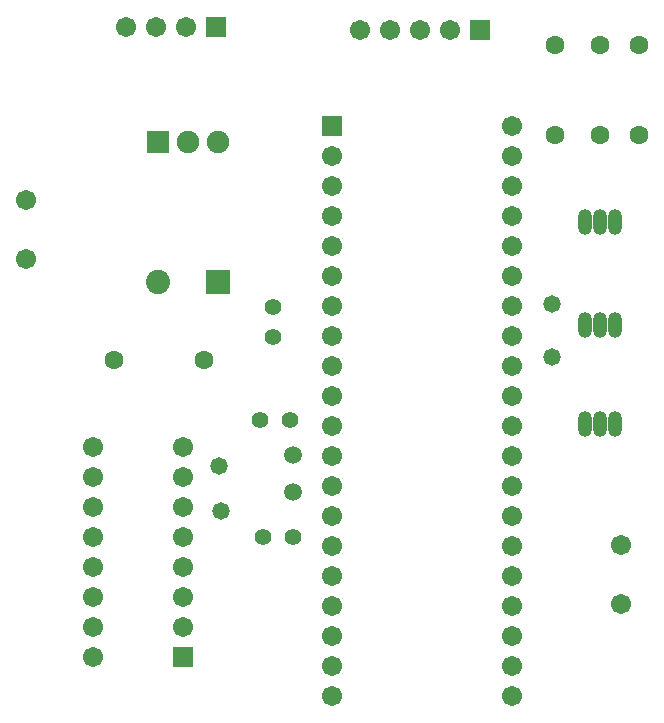
<source format=gts>
G04*
G04 #@! TF.GenerationSoftware,Altium Limited,Altium Designer,18.0.9 (584)*
G04*
G04 Layer_Color=8388736*
%FSLAX44Y44*%
%MOMM*%
G71*
G01*
G75*
%ADD15C,1.7032*%
%ADD16O,1.2032X2.2032*%
%ADD17O,1.2032X2.2032*%
%ADD18C,1.4032*%
%ADD19C,1.5032*%
%ADD20C,1.6032*%
%ADD21C,2.0532*%
%ADD22R,2.0532X2.0532*%
%ADD23R,1.9032X1.9032*%
%ADD24C,1.9032*%
%ADD25R,1.7032X1.7032*%
%ADD26C,1.7032*%
%ADD27R,1.7032X1.7032*%
%ADD28C,1.4732*%
D15*
X565150Y158350D02*
D03*
Y108350D02*
D03*
X60960Y450450D02*
D03*
Y400450D02*
D03*
X196850Y596900D02*
D03*
X171450D02*
D03*
X146050D02*
D03*
X420370Y594360D02*
D03*
X394970D02*
D03*
X369570D02*
D03*
X344170D02*
D03*
X320040Y487680D02*
D03*
Y462280D02*
D03*
Y436880D02*
D03*
Y411480D02*
D03*
Y386080D02*
D03*
Y360680D02*
D03*
Y335280D02*
D03*
Y309880D02*
D03*
Y284480D02*
D03*
Y259080D02*
D03*
Y233680D02*
D03*
Y208280D02*
D03*
Y182880D02*
D03*
Y157480D02*
D03*
Y132080D02*
D03*
Y106680D02*
D03*
Y81280D02*
D03*
Y55880D02*
D03*
Y30480D02*
D03*
X472440Y513080D02*
D03*
Y487680D02*
D03*
Y462280D02*
D03*
Y436880D02*
D03*
Y411480D02*
D03*
Y386080D02*
D03*
Y360680D02*
D03*
Y335280D02*
D03*
Y309880D02*
D03*
Y284480D02*
D03*
Y259080D02*
D03*
Y233680D02*
D03*
Y208280D02*
D03*
Y182880D02*
D03*
Y157480D02*
D03*
Y132080D02*
D03*
Y106680D02*
D03*
Y81280D02*
D03*
Y55880D02*
D03*
Y30480D02*
D03*
D16*
X560070Y260350D02*
D03*
X534670D02*
D03*
X560070Y344170D02*
D03*
X534670D02*
D03*
X560070Y431800D02*
D03*
X534670D02*
D03*
D17*
X547370Y260350D02*
D03*
Y344170D02*
D03*
Y431800D02*
D03*
D18*
X261620Y165100D02*
D03*
X287020D02*
D03*
X270510Y334010D02*
D03*
Y359410D02*
D03*
X259080Y264160D02*
D03*
X284480D02*
D03*
D19*
X287020Y202940D02*
D03*
Y233940D02*
D03*
D20*
X212090Y314960D02*
D03*
X135890D02*
D03*
X547370Y581660D02*
D03*
Y505460D02*
D03*
X580390Y581660D02*
D03*
Y505460D02*
D03*
X509270Y581660D02*
D03*
Y505460D02*
D03*
D21*
X172720Y381000D02*
D03*
D22*
X223520D02*
D03*
D23*
X172720Y499110D02*
D03*
D24*
X198120D02*
D03*
X223520D02*
D03*
D25*
X222250Y596900D02*
D03*
X445770Y594360D02*
D03*
X320040Y513080D02*
D03*
D26*
X118110Y241300D02*
D03*
Y215900D02*
D03*
Y190500D02*
D03*
Y165100D02*
D03*
Y139700D02*
D03*
Y114300D02*
D03*
Y88900D02*
D03*
Y63500D02*
D03*
X194310Y241300D02*
D03*
Y215900D02*
D03*
Y190500D02*
D03*
Y165100D02*
D03*
Y139700D02*
D03*
Y114300D02*
D03*
Y88900D02*
D03*
D27*
Y63500D02*
D03*
D28*
X506730Y317500D02*
D03*
Y361950D02*
D03*
X226060Y186690D02*
D03*
X224790Y224790D02*
D03*
M02*

</source>
